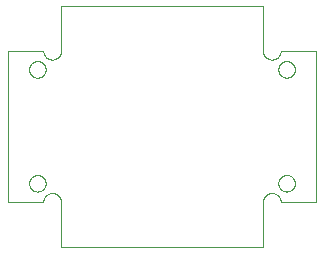
<source format=gko>
G75*
%MOIN*%
%OFA0B0*%
%FSLAX25Y25*%
%IPPOS*%
%LPD*%
%AMOC8*
5,1,8,0,0,1.08239X$1,22.5*
%
%ADD10C,0.00100*%
%ADD11C,0.00000*%
D10*
X0005000Y0016961D02*
X0016811Y0016961D01*
X0016813Y0017069D01*
X0016819Y0017177D01*
X0016829Y0017284D01*
X0016842Y0017391D01*
X0016860Y0017497D01*
X0016882Y0017603D01*
X0016907Y0017708D01*
X0016936Y0017812D01*
X0016969Y0017914D01*
X0017006Y0018016D01*
X0017046Y0018116D01*
X0017090Y0018214D01*
X0017138Y0018311D01*
X0017189Y0018406D01*
X0017243Y0018499D01*
X0017301Y0018590D01*
X0017362Y0018679D01*
X0017427Y0018766D01*
X0017494Y0018850D01*
X0017565Y0018932D01*
X0017638Y0019011D01*
X0017714Y0019087D01*
X0017793Y0019160D01*
X0017875Y0019231D01*
X0017959Y0019298D01*
X0018046Y0019363D01*
X0018135Y0019424D01*
X0018226Y0019482D01*
X0018319Y0019536D01*
X0018414Y0019587D01*
X0018511Y0019635D01*
X0018609Y0019679D01*
X0018709Y0019719D01*
X0018811Y0019756D01*
X0018913Y0019789D01*
X0019017Y0019818D01*
X0019122Y0019843D01*
X0019228Y0019865D01*
X0019334Y0019883D01*
X0019441Y0019896D01*
X0019548Y0019906D01*
X0019656Y0019912D01*
X0019764Y0019914D01*
X0019872Y0019912D01*
X0019980Y0019906D01*
X0020087Y0019896D01*
X0020194Y0019883D01*
X0020300Y0019865D01*
X0020406Y0019843D01*
X0020511Y0019818D01*
X0020615Y0019789D01*
X0020717Y0019756D01*
X0020819Y0019719D01*
X0020919Y0019679D01*
X0021017Y0019635D01*
X0021114Y0019587D01*
X0021209Y0019536D01*
X0021302Y0019482D01*
X0021393Y0019424D01*
X0021482Y0019363D01*
X0021569Y0019298D01*
X0021653Y0019231D01*
X0021735Y0019160D01*
X0021814Y0019087D01*
X0021890Y0019011D01*
X0021963Y0018932D01*
X0022034Y0018850D01*
X0022101Y0018766D01*
X0022166Y0018679D01*
X0022227Y0018590D01*
X0022285Y0018499D01*
X0022339Y0018406D01*
X0022390Y0018311D01*
X0022438Y0018214D01*
X0022482Y0018116D01*
X0022522Y0018016D01*
X0022559Y0017914D01*
X0022592Y0017812D01*
X0022621Y0017708D01*
X0022646Y0017603D01*
X0022668Y0017497D01*
X0022686Y0017391D01*
X0022699Y0017284D01*
X0022709Y0017177D01*
X0022715Y0017069D01*
X0022717Y0016961D01*
X0022717Y0002000D01*
X0090039Y0002000D01*
X0090039Y0016961D01*
X0090041Y0017069D01*
X0090047Y0017177D01*
X0090057Y0017284D01*
X0090070Y0017391D01*
X0090088Y0017497D01*
X0090110Y0017603D01*
X0090135Y0017708D01*
X0090164Y0017812D01*
X0090197Y0017914D01*
X0090234Y0018016D01*
X0090274Y0018116D01*
X0090318Y0018214D01*
X0090366Y0018311D01*
X0090417Y0018406D01*
X0090471Y0018499D01*
X0090529Y0018590D01*
X0090590Y0018679D01*
X0090655Y0018766D01*
X0090722Y0018850D01*
X0090793Y0018932D01*
X0090866Y0019011D01*
X0090942Y0019087D01*
X0091021Y0019160D01*
X0091103Y0019231D01*
X0091187Y0019298D01*
X0091274Y0019363D01*
X0091363Y0019424D01*
X0091454Y0019482D01*
X0091547Y0019536D01*
X0091642Y0019587D01*
X0091739Y0019635D01*
X0091837Y0019679D01*
X0091937Y0019719D01*
X0092039Y0019756D01*
X0092141Y0019789D01*
X0092245Y0019818D01*
X0092350Y0019843D01*
X0092456Y0019865D01*
X0092562Y0019883D01*
X0092669Y0019896D01*
X0092776Y0019906D01*
X0092884Y0019912D01*
X0092992Y0019914D01*
X0093100Y0019912D01*
X0093208Y0019906D01*
X0093315Y0019896D01*
X0093422Y0019883D01*
X0093528Y0019865D01*
X0093634Y0019843D01*
X0093739Y0019818D01*
X0093843Y0019789D01*
X0093945Y0019756D01*
X0094047Y0019719D01*
X0094147Y0019679D01*
X0094245Y0019635D01*
X0094342Y0019587D01*
X0094437Y0019536D01*
X0094530Y0019482D01*
X0094621Y0019424D01*
X0094710Y0019363D01*
X0094797Y0019298D01*
X0094881Y0019231D01*
X0094963Y0019160D01*
X0095042Y0019087D01*
X0095118Y0019011D01*
X0095191Y0018932D01*
X0095262Y0018850D01*
X0095329Y0018766D01*
X0095394Y0018679D01*
X0095455Y0018590D01*
X0095513Y0018499D01*
X0095567Y0018406D01*
X0095618Y0018311D01*
X0095666Y0018214D01*
X0095710Y0018116D01*
X0095750Y0018016D01*
X0095787Y0017914D01*
X0095820Y0017812D01*
X0095849Y0017708D01*
X0095874Y0017603D01*
X0095896Y0017497D01*
X0095914Y0017391D01*
X0095927Y0017284D01*
X0095937Y0017177D01*
X0095943Y0017069D01*
X0095945Y0016961D01*
X0107756Y0016961D01*
X0107756Y0067354D01*
X0095945Y0067354D01*
X0095943Y0067246D01*
X0095937Y0067138D01*
X0095927Y0067031D01*
X0095914Y0066924D01*
X0095896Y0066818D01*
X0095874Y0066712D01*
X0095849Y0066607D01*
X0095820Y0066503D01*
X0095787Y0066401D01*
X0095750Y0066299D01*
X0095710Y0066199D01*
X0095666Y0066101D01*
X0095618Y0066004D01*
X0095567Y0065909D01*
X0095513Y0065816D01*
X0095455Y0065725D01*
X0095394Y0065636D01*
X0095329Y0065549D01*
X0095262Y0065465D01*
X0095191Y0065383D01*
X0095118Y0065304D01*
X0095042Y0065228D01*
X0094963Y0065155D01*
X0094881Y0065084D01*
X0094797Y0065017D01*
X0094710Y0064952D01*
X0094621Y0064891D01*
X0094530Y0064833D01*
X0094437Y0064779D01*
X0094342Y0064728D01*
X0094245Y0064680D01*
X0094147Y0064636D01*
X0094047Y0064596D01*
X0093945Y0064559D01*
X0093843Y0064526D01*
X0093739Y0064497D01*
X0093634Y0064472D01*
X0093528Y0064450D01*
X0093422Y0064432D01*
X0093315Y0064419D01*
X0093208Y0064409D01*
X0093100Y0064403D01*
X0092992Y0064401D01*
X0092884Y0064403D01*
X0092776Y0064409D01*
X0092669Y0064419D01*
X0092562Y0064432D01*
X0092456Y0064450D01*
X0092350Y0064472D01*
X0092245Y0064497D01*
X0092141Y0064526D01*
X0092039Y0064559D01*
X0091937Y0064596D01*
X0091837Y0064636D01*
X0091739Y0064680D01*
X0091642Y0064728D01*
X0091547Y0064779D01*
X0091454Y0064833D01*
X0091363Y0064891D01*
X0091274Y0064952D01*
X0091187Y0065017D01*
X0091103Y0065084D01*
X0091021Y0065155D01*
X0090942Y0065228D01*
X0090866Y0065304D01*
X0090793Y0065383D01*
X0090722Y0065465D01*
X0090655Y0065549D01*
X0090590Y0065636D01*
X0090529Y0065725D01*
X0090471Y0065816D01*
X0090417Y0065909D01*
X0090366Y0066004D01*
X0090318Y0066101D01*
X0090274Y0066199D01*
X0090234Y0066299D01*
X0090197Y0066401D01*
X0090164Y0066503D01*
X0090135Y0066607D01*
X0090110Y0066712D01*
X0090088Y0066818D01*
X0090070Y0066924D01*
X0090057Y0067031D01*
X0090047Y0067138D01*
X0090041Y0067246D01*
X0090039Y0067354D01*
X0090039Y0082315D01*
X0022717Y0082315D01*
X0022717Y0067354D01*
X0022715Y0067246D01*
X0022709Y0067138D01*
X0022699Y0067031D01*
X0022686Y0066924D01*
X0022668Y0066818D01*
X0022646Y0066712D01*
X0022621Y0066607D01*
X0022592Y0066503D01*
X0022559Y0066401D01*
X0022522Y0066299D01*
X0022482Y0066199D01*
X0022438Y0066101D01*
X0022390Y0066004D01*
X0022339Y0065909D01*
X0022285Y0065816D01*
X0022227Y0065725D01*
X0022166Y0065636D01*
X0022101Y0065549D01*
X0022034Y0065465D01*
X0021963Y0065383D01*
X0021890Y0065304D01*
X0021814Y0065228D01*
X0021735Y0065155D01*
X0021653Y0065084D01*
X0021569Y0065017D01*
X0021482Y0064952D01*
X0021393Y0064891D01*
X0021302Y0064833D01*
X0021209Y0064779D01*
X0021114Y0064728D01*
X0021017Y0064680D01*
X0020919Y0064636D01*
X0020819Y0064596D01*
X0020717Y0064559D01*
X0020615Y0064526D01*
X0020511Y0064497D01*
X0020406Y0064472D01*
X0020300Y0064450D01*
X0020194Y0064432D01*
X0020087Y0064419D01*
X0019980Y0064409D01*
X0019872Y0064403D01*
X0019764Y0064401D01*
X0019656Y0064403D01*
X0019548Y0064409D01*
X0019441Y0064419D01*
X0019334Y0064432D01*
X0019228Y0064450D01*
X0019122Y0064472D01*
X0019017Y0064497D01*
X0018913Y0064526D01*
X0018811Y0064559D01*
X0018709Y0064596D01*
X0018609Y0064636D01*
X0018511Y0064680D01*
X0018414Y0064728D01*
X0018319Y0064779D01*
X0018226Y0064833D01*
X0018135Y0064891D01*
X0018046Y0064952D01*
X0017959Y0065017D01*
X0017875Y0065084D01*
X0017793Y0065155D01*
X0017714Y0065228D01*
X0017638Y0065304D01*
X0017565Y0065383D01*
X0017494Y0065465D01*
X0017427Y0065549D01*
X0017362Y0065636D01*
X0017301Y0065725D01*
X0017243Y0065816D01*
X0017189Y0065909D01*
X0017138Y0066004D01*
X0017090Y0066101D01*
X0017046Y0066199D01*
X0017006Y0066299D01*
X0016969Y0066401D01*
X0016936Y0066503D01*
X0016907Y0066607D01*
X0016882Y0066712D01*
X0016860Y0066818D01*
X0016842Y0066924D01*
X0016829Y0067031D01*
X0016819Y0067138D01*
X0016813Y0067246D01*
X0016811Y0067354D01*
X0005000Y0067354D01*
X0005000Y0016961D01*
D11*
X0012087Y0023181D02*
X0012089Y0023286D01*
X0012095Y0023391D01*
X0012105Y0023495D01*
X0012119Y0023599D01*
X0012137Y0023703D01*
X0012159Y0023805D01*
X0012184Y0023907D01*
X0012214Y0024008D01*
X0012247Y0024107D01*
X0012284Y0024205D01*
X0012325Y0024302D01*
X0012370Y0024397D01*
X0012418Y0024490D01*
X0012469Y0024582D01*
X0012525Y0024671D01*
X0012583Y0024758D01*
X0012645Y0024843D01*
X0012709Y0024926D01*
X0012777Y0025006D01*
X0012848Y0025083D01*
X0012922Y0025157D01*
X0012999Y0025229D01*
X0013078Y0025298D01*
X0013160Y0025363D01*
X0013244Y0025426D01*
X0013331Y0025485D01*
X0013420Y0025541D01*
X0013511Y0025594D01*
X0013604Y0025643D01*
X0013698Y0025688D01*
X0013794Y0025730D01*
X0013892Y0025768D01*
X0013991Y0025802D01*
X0014092Y0025833D01*
X0014193Y0025859D01*
X0014296Y0025882D01*
X0014399Y0025901D01*
X0014503Y0025916D01*
X0014607Y0025927D01*
X0014712Y0025934D01*
X0014817Y0025937D01*
X0014922Y0025936D01*
X0015027Y0025931D01*
X0015131Y0025922D01*
X0015235Y0025909D01*
X0015339Y0025892D01*
X0015442Y0025871D01*
X0015544Y0025846D01*
X0015645Y0025818D01*
X0015744Y0025785D01*
X0015843Y0025749D01*
X0015940Y0025709D01*
X0016035Y0025666D01*
X0016129Y0025618D01*
X0016221Y0025568D01*
X0016311Y0025514D01*
X0016399Y0025456D01*
X0016484Y0025395D01*
X0016567Y0025331D01*
X0016648Y0025264D01*
X0016726Y0025194D01*
X0016801Y0025120D01*
X0016873Y0025045D01*
X0016943Y0024966D01*
X0017009Y0024885D01*
X0017073Y0024801D01*
X0017133Y0024715D01*
X0017189Y0024627D01*
X0017243Y0024536D01*
X0017293Y0024444D01*
X0017339Y0024350D01*
X0017382Y0024254D01*
X0017421Y0024156D01*
X0017456Y0024058D01*
X0017487Y0023957D01*
X0017515Y0023856D01*
X0017539Y0023754D01*
X0017559Y0023651D01*
X0017575Y0023547D01*
X0017587Y0023443D01*
X0017595Y0023338D01*
X0017599Y0023233D01*
X0017599Y0023129D01*
X0017595Y0023024D01*
X0017587Y0022919D01*
X0017575Y0022815D01*
X0017559Y0022711D01*
X0017539Y0022608D01*
X0017515Y0022506D01*
X0017487Y0022405D01*
X0017456Y0022304D01*
X0017421Y0022206D01*
X0017382Y0022108D01*
X0017339Y0022012D01*
X0017293Y0021918D01*
X0017243Y0021826D01*
X0017189Y0021735D01*
X0017133Y0021647D01*
X0017073Y0021561D01*
X0017009Y0021477D01*
X0016943Y0021396D01*
X0016873Y0021317D01*
X0016801Y0021242D01*
X0016726Y0021168D01*
X0016648Y0021098D01*
X0016567Y0021031D01*
X0016484Y0020967D01*
X0016399Y0020906D01*
X0016311Y0020848D01*
X0016221Y0020794D01*
X0016129Y0020744D01*
X0016035Y0020696D01*
X0015940Y0020653D01*
X0015843Y0020613D01*
X0015744Y0020577D01*
X0015645Y0020544D01*
X0015544Y0020516D01*
X0015442Y0020491D01*
X0015339Y0020470D01*
X0015235Y0020453D01*
X0015131Y0020440D01*
X0015027Y0020431D01*
X0014922Y0020426D01*
X0014817Y0020425D01*
X0014712Y0020428D01*
X0014607Y0020435D01*
X0014503Y0020446D01*
X0014399Y0020461D01*
X0014296Y0020480D01*
X0014193Y0020503D01*
X0014092Y0020529D01*
X0013991Y0020560D01*
X0013892Y0020594D01*
X0013794Y0020632D01*
X0013698Y0020674D01*
X0013604Y0020719D01*
X0013511Y0020768D01*
X0013420Y0020821D01*
X0013331Y0020877D01*
X0013244Y0020936D01*
X0013160Y0020999D01*
X0013078Y0021064D01*
X0012999Y0021133D01*
X0012922Y0021205D01*
X0012848Y0021279D01*
X0012777Y0021356D01*
X0012709Y0021436D01*
X0012645Y0021519D01*
X0012583Y0021604D01*
X0012525Y0021691D01*
X0012469Y0021780D01*
X0012418Y0021872D01*
X0012370Y0021965D01*
X0012325Y0022060D01*
X0012284Y0022157D01*
X0012247Y0022255D01*
X0012214Y0022354D01*
X0012184Y0022455D01*
X0012159Y0022557D01*
X0012137Y0022659D01*
X0012119Y0022763D01*
X0012105Y0022867D01*
X0012095Y0022971D01*
X0012089Y0023076D01*
X0012087Y0023181D01*
X0012087Y0061134D02*
X0012089Y0061239D01*
X0012095Y0061344D01*
X0012105Y0061448D01*
X0012119Y0061552D01*
X0012137Y0061656D01*
X0012159Y0061758D01*
X0012184Y0061860D01*
X0012214Y0061961D01*
X0012247Y0062060D01*
X0012284Y0062158D01*
X0012325Y0062255D01*
X0012370Y0062350D01*
X0012418Y0062443D01*
X0012469Y0062535D01*
X0012525Y0062624D01*
X0012583Y0062711D01*
X0012645Y0062796D01*
X0012709Y0062879D01*
X0012777Y0062959D01*
X0012848Y0063036D01*
X0012922Y0063110D01*
X0012999Y0063182D01*
X0013078Y0063251D01*
X0013160Y0063316D01*
X0013244Y0063379D01*
X0013331Y0063438D01*
X0013420Y0063494D01*
X0013511Y0063547D01*
X0013604Y0063596D01*
X0013698Y0063641D01*
X0013794Y0063683D01*
X0013892Y0063721D01*
X0013991Y0063755D01*
X0014092Y0063786D01*
X0014193Y0063812D01*
X0014296Y0063835D01*
X0014399Y0063854D01*
X0014503Y0063869D01*
X0014607Y0063880D01*
X0014712Y0063887D01*
X0014817Y0063890D01*
X0014922Y0063889D01*
X0015027Y0063884D01*
X0015131Y0063875D01*
X0015235Y0063862D01*
X0015339Y0063845D01*
X0015442Y0063824D01*
X0015544Y0063799D01*
X0015645Y0063771D01*
X0015744Y0063738D01*
X0015843Y0063702D01*
X0015940Y0063662D01*
X0016035Y0063619D01*
X0016129Y0063571D01*
X0016221Y0063521D01*
X0016311Y0063467D01*
X0016399Y0063409D01*
X0016484Y0063348D01*
X0016567Y0063284D01*
X0016648Y0063217D01*
X0016726Y0063147D01*
X0016801Y0063073D01*
X0016873Y0062998D01*
X0016943Y0062919D01*
X0017009Y0062838D01*
X0017073Y0062754D01*
X0017133Y0062668D01*
X0017189Y0062580D01*
X0017243Y0062489D01*
X0017293Y0062397D01*
X0017339Y0062303D01*
X0017382Y0062207D01*
X0017421Y0062109D01*
X0017456Y0062011D01*
X0017487Y0061910D01*
X0017515Y0061809D01*
X0017539Y0061707D01*
X0017559Y0061604D01*
X0017575Y0061500D01*
X0017587Y0061396D01*
X0017595Y0061291D01*
X0017599Y0061186D01*
X0017599Y0061082D01*
X0017595Y0060977D01*
X0017587Y0060872D01*
X0017575Y0060768D01*
X0017559Y0060664D01*
X0017539Y0060561D01*
X0017515Y0060459D01*
X0017487Y0060358D01*
X0017456Y0060257D01*
X0017421Y0060159D01*
X0017382Y0060061D01*
X0017339Y0059965D01*
X0017293Y0059871D01*
X0017243Y0059779D01*
X0017189Y0059688D01*
X0017133Y0059600D01*
X0017073Y0059514D01*
X0017009Y0059430D01*
X0016943Y0059349D01*
X0016873Y0059270D01*
X0016801Y0059195D01*
X0016726Y0059121D01*
X0016648Y0059051D01*
X0016567Y0058984D01*
X0016484Y0058920D01*
X0016399Y0058859D01*
X0016311Y0058801D01*
X0016221Y0058747D01*
X0016129Y0058697D01*
X0016035Y0058649D01*
X0015940Y0058606D01*
X0015843Y0058566D01*
X0015744Y0058530D01*
X0015645Y0058497D01*
X0015544Y0058469D01*
X0015442Y0058444D01*
X0015339Y0058423D01*
X0015235Y0058406D01*
X0015131Y0058393D01*
X0015027Y0058384D01*
X0014922Y0058379D01*
X0014817Y0058378D01*
X0014712Y0058381D01*
X0014607Y0058388D01*
X0014503Y0058399D01*
X0014399Y0058414D01*
X0014296Y0058433D01*
X0014193Y0058456D01*
X0014092Y0058482D01*
X0013991Y0058513D01*
X0013892Y0058547D01*
X0013794Y0058585D01*
X0013698Y0058627D01*
X0013604Y0058672D01*
X0013511Y0058721D01*
X0013420Y0058774D01*
X0013331Y0058830D01*
X0013244Y0058889D01*
X0013160Y0058952D01*
X0013078Y0059017D01*
X0012999Y0059086D01*
X0012922Y0059158D01*
X0012848Y0059232D01*
X0012777Y0059309D01*
X0012709Y0059389D01*
X0012645Y0059472D01*
X0012583Y0059557D01*
X0012525Y0059644D01*
X0012469Y0059733D01*
X0012418Y0059825D01*
X0012370Y0059918D01*
X0012325Y0060013D01*
X0012284Y0060110D01*
X0012247Y0060208D01*
X0012214Y0060307D01*
X0012184Y0060408D01*
X0012159Y0060510D01*
X0012137Y0060612D01*
X0012119Y0060716D01*
X0012105Y0060820D01*
X0012095Y0060924D01*
X0012089Y0061029D01*
X0012087Y0061134D01*
X0095157Y0061134D02*
X0095159Y0061239D01*
X0095165Y0061344D01*
X0095175Y0061448D01*
X0095189Y0061552D01*
X0095207Y0061656D01*
X0095229Y0061758D01*
X0095254Y0061860D01*
X0095284Y0061961D01*
X0095317Y0062060D01*
X0095354Y0062158D01*
X0095395Y0062255D01*
X0095440Y0062350D01*
X0095488Y0062443D01*
X0095539Y0062535D01*
X0095595Y0062624D01*
X0095653Y0062711D01*
X0095715Y0062796D01*
X0095779Y0062879D01*
X0095847Y0062959D01*
X0095918Y0063036D01*
X0095992Y0063110D01*
X0096069Y0063182D01*
X0096148Y0063251D01*
X0096230Y0063316D01*
X0096314Y0063379D01*
X0096401Y0063438D01*
X0096490Y0063494D01*
X0096581Y0063547D01*
X0096674Y0063596D01*
X0096768Y0063641D01*
X0096864Y0063683D01*
X0096962Y0063721D01*
X0097061Y0063755D01*
X0097162Y0063786D01*
X0097263Y0063812D01*
X0097366Y0063835D01*
X0097469Y0063854D01*
X0097573Y0063869D01*
X0097677Y0063880D01*
X0097782Y0063887D01*
X0097887Y0063890D01*
X0097992Y0063889D01*
X0098097Y0063884D01*
X0098201Y0063875D01*
X0098305Y0063862D01*
X0098409Y0063845D01*
X0098512Y0063824D01*
X0098614Y0063799D01*
X0098715Y0063771D01*
X0098814Y0063738D01*
X0098913Y0063702D01*
X0099010Y0063662D01*
X0099105Y0063619D01*
X0099199Y0063571D01*
X0099291Y0063521D01*
X0099381Y0063467D01*
X0099469Y0063409D01*
X0099554Y0063348D01*
X0099637Y0063284D01*
X0099718Y0063217D01*
X0099796Y0063147D01*
X0099871Y0063073D01*
X0099943Y0062998D01*
X0100013Y0062919D01*
X0100079Y0062838D01*
X0100143Y0062754D01*
X0100203Y0062668D01*
X0100259Y0062580D01*
X0100313Y0062489D01*
X0100363Y0062397D01*
X0100409Y0062303D01*
X0100452Y0062207D01*
X0100491Y0062109D01*
X0100526Y0062011D01*
X0100557Y0061910D01*
X0100585Y0061809D01*
X0100609Y0061707D01*
X0100629Y0061604D01*
X0100645Y0061500D01*
X0100657Y0061396D01*
X0100665Y0061291D01*
X0100669Y0061186D01*
X0100669Y0061082D01*
X0100665Y0060977D01*
X0100657Y0060872D01*
X0100645Y0060768D01*
X0100629Y0060664D01*
X0100609Y0060561D01*
X0100585Y0060459D01*
X0100557Y0060358D01*
X0100526Y0060257D01*
X0100491Y0060159D01*
X0100452Y0060061D01*
X0100409Y0059965D01*
X0100363Y0059871D01*
X0100313Y0059779D01*
X0100259Y0059688D01*
X0100203Y0059600D01*
X0100143Y0059514D01*
X0100079Y0059430D01*
X0100013Y0059349D01*
X0099943Y0059270D01*
X0099871Y0059195D01*
X0099796Y0059121D01*
X0099718Y0059051D01*
X0099637Y0058984D01*
X0099554Y0058920D01*
X0099469Y0058859D01*
X0099381Y0058801D01*
X0099291Y0058747D01*
X0099199Y0058697D01*
X0099105Y0058649D01*
X0099010Y0058606D01*
X0098913Y0058566D01*
X0098814Y0058530D01*
X0098715Y0058497D01*
X0098614Y0058469D01*
X0098512Y0058444D01*
X0098409Y0058423D01*
X0098305Y0058406D01*
X0098201Y0058393D01*
X0098097Y0058384D01*
X0097992Y0058379D01*
X0097887Y0058378D01*
X0097782Y0058381D01*
X0097677Y0058388D01*
X0097573Y0058399D01*
X0097469Y0058414D01*
X0097366Y0058433D01*
X0097263Y0058456D01*
X0097162Y0058482D01*
X0097061Y0058513D01*
X0096962Y0058547D01*
X0096864Y0058585D01*
X0096768Y0058627D01*
X0096674Y0058672D01*
X0096581Y0058721D01*
X0096490Y0058774D01*
X0096401Y0058830D01*
X0096314Y0058889D01*
X0096230Y0058952D01*
X0096148Y0059017D01*
X0096069Y0059086D01*
X0095992Y0059158D01*
X0095918Y0059232D01*
X0095847Y0059309D01*
X0095779Y0059389D01*
X0095715Y0059472D01*
X0095653Y0059557D01*
X0095595Y0059644D01*
X0095539Y0059733D01*
X0095488Y0059825D01*
X0095440Y0059918D01*
X0095395Y0060013D01*
X0095354Y0060110D01*
X0095317Y0060208D01*
X0095284Y0060307D01*
X0095254Y0060408D01*
X0095229Y0060510D01*
X0095207Y0060612D01*
X0095189Y0060716D01*
X0095175Y0060820D01*
X0095165Y0060924D01*
X0095159Y0061029D01*
X0095157Y0061134D01*
X0095157Y0023181D02*
X0095159Y0023286D01*
X0095165Y0023391D01*
X0095175Y0023495D01*
X0095189Y0023599D01*
X0095207Y0023703D01*
X0095229Y0023805D01*
X0095254Y0023907D01*
X0095284Y0024008D01*
X0095317Y0024107D01*
X0095354Y0024205D01*
X0095395Y0024302D01*
X0095440Y0024397D01*
X0095488Y0024490D01*
X0095539Y0024582D01*
X0095595Y0024671D01*
X0095653Y0024758D01*
X0095715Y0024843D01*
X0095779Y0024926D01*
X0095847Y0025006D01*
X0095918Y0025083D01*
X0095992Y0025157D01*
X0096069Y0025229D01*
X0096148Y0025298D01*
X0096230Y0025363D01*
X0096314Y0025426D01*
X0096401Y0025485D01*
X0096490Y0025541D01*
X0096581Y0025594D01*
X0096674Y0025643D01*
X0096768Y0025688D01*
X0096864Y0025730D01*
X0096962Y0025768D01*
X0097061Y0025802D01*
X0097162Y0025833D01*
X0097263Y0025859D01*
X0097366Y0025882D01*
X0097469Y0025901D01*
X0097573Y0025916D01*
X0097677Y0025927D01*
X0097782Y0025934D01*
X0097887Y0025937D01*
X0097992Y0025936D01*
X0098097Y0025931D01*
X0098201Y0025922D01*
X0098305Y0025909D01*
X0098409Y0025892D01*
X0098512Y0025871D01*
X0098614Y0025846D01*
X0098715Y0025818D01*
X0098814Y0025785D01*
X0098913Y0025749D01*
X0099010Y0025709D01*
X0099105Y0025666D01*
X0099199Y0025618D01*
X0099291Y0025568D01*
X0099381Y0025514D01*
X0099469Y0025456D01*
X0099554Y0025395D01*
X0099637Y0025331D01*
X0099718Y0025264D01*
X0099796Y0025194D01*
X0099871Y0025120D01*
X0099943Y0025045D01*
X0100013Y0024966D01*
X0100079Y0024885D01*
X0100143Y0024801D01*
X0100203Y0024715D01*
X0100259Y0024627D01*
X0100313Y0024536D01*
X0100363Y0024444D01*
X0100409Y0024350D01*
X0100452Y0024254D01*
X0100491Y0024156D01*
X0100526Y0024058D01*
X0100557Y0023957D01*
X0100585Y0023856D01*
X0100609Y0023754D01*
X0100629Y0023651D01*
X0100645Y0023547D01*
X0100657Y0023443D01*
X0100665Y0023338D01*
X0100669Y0023233D01*
X0100669Y0023129D01*
X0100665Y0023024D01*
X0100657Y0022919D01*
X0100645Y0022815D01*
X0100629Y0022711D01*
X0100609Y0022608D01*
X0100585Y0022506D01*
X0100557Y0022405D01*
X0100526Y0022304D01*
X0100491Y0022206D01*
X0100452Y0022108D01*
X0100409Y0022012D01*
X0100363Y0021918D01*
X0100313Y0021826D01*
X0100259Y0021735D01*
X0100203Y0021647D01*
X0100143Y0021561D01*
X0100079Y0021477D01*
X0100013Y0021396D01*
X0099943Y0021317D01*
X0099871Y0021242D01*
X0099796Y0021168D01*
X0099718Y0021098D01*
X0099637Y0021031D01*
X0099554Y0020967D01*
X0099469Y0020906D01*
X0099381Y0020848D01*
X0099291Y0020794D01*
X0099199Y0020744D01*
X0099105Y0020696D01*
X0099010Y0020653D01*
X0098913Y0020613D01*
X0098814Y0020577D01*
X0098715Y0020544D01*
X0098614Y0020516D01*
X0098512Y0020491D01*
X0098409Y0020470D01*
X0098305Y0020453D01*
X0098201Y0020440D01*
X0098097Y0020431D01*
X0097992Y0020426D01*
X0097887Y0020425D01*
X0097782Y0020428D01*
X0097677Y0020435D01*
X0097573Y0020446D01*
X0097469Y0020461D01*
X0097366Y0020480D01*
X0097263Y0020503D01*
X0097162Y0020529D01*
X0097061Y0020560D01*
X0096962Y0020594D01*
X0096864Y0020632D01*
X0096768Y0020674D01*
X0096674Y0020719D01*
X0096581Y0020768D01*
X0096490Y0020821D01*
X0096401Y0020877D01*
X0096314Y0020936D01*
X0096230Y0020999D01*
X0096148Y0021064D01*
X0096069Y0021133D01*
X0095992Y0021205D01*
X0095918Y0021279D01*
X0095847Y0021356D01*
X0095779Y0021436D01*
X0095715Y0021519D01*
X0095653Y0021604D01*
X0095595Y0021691D01*
X0095539Y0021780D01*
X0095488Y0021872D01*
X0095440Y0021965D01*
X0095395Y0022060D01*
X0095354Y0022157D01*
X0095317Y0022255D01*
X0095284Y0022354D01*
X0095254Y0022455D01*
X0095229Y0022557D01*
X0095207Y0022659D01*
X0095189Y0022763D01*
X0095175Y0022867D01*
X0095165Y0022971D01*
X0095159Y0023076D01*
X0095157Y0023181D01*
M02*

</source>
